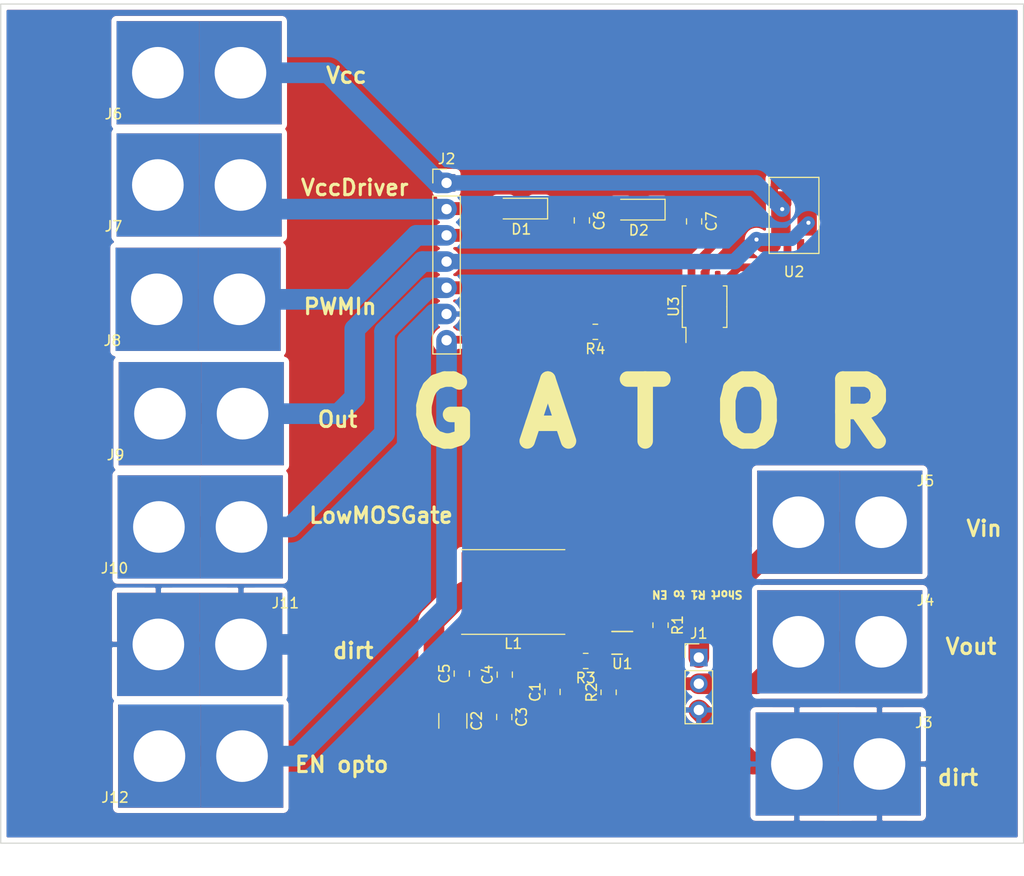
<source format=kicad_pcb>
(kicad_pcb (version 20211014) (generator pcbnew)
  (layers (0 "F.Cu" signal) (31 "B.Cu" signal) (34 "B.Paste" user) (35 "F.Paste" user) (36 "B.SilkS" user "B.Silkscreen") (37 "F.SilkS" user "F.Silkscreen") (38 "B.Mask" user) (39 "F.Mask" user) (44 "Edge.Cuts" user))
  (net 0 "")
  (net 1 "Net-(C1-Pad2)")
  (net 2 "Net-(C1-Pad1)")
  (net 3 "GND")
  (net 4 "Net-(J1-Pad1)")
  (net 5 "Net-(L1-Pad1)")
  (net 6 "Net-(R1-Pad2)")
  (net 7 "Net-(U1-Pad7)")
  (net 8 "Net-(U1-Pad1)")
  (net 9 "Net-(C6-Pad2)")
  (net 10 "Net-(C6-Pad1)")
  (net 11 "Net-(C7-Pad1)")
  (net 12 "Net-(D1-Pad2)")
  (net 13 "Net-(J2-Pad4)")
  (net 14 "Net-(J2-Pad1)")
  (net 15 "Net-(R4-Pad1)")
  (net 16 "Net-(U2-Pad2)")
  (net 17 "Net-(J12-Pad1)")
  (net 18 "Net-(J10-Pad1)")
  (footprint "Capacitor_SMD:C_0805_2012Metric_Pad1.18x1.45mm_HandSolder" (layer "F.Cu") (at 127.1016 146.6381 90)
    (fp_text reference "C1" (at 0 -1.68 90) (layer "F.SilkS"))
    (fp_text value "Cfw (DNP)")
    (fp_line (start -0.261252 -0.735) (end 0.261252 -0.735) (layer "F.SilkS") (width 0.12))
    (fp_line (start -0.261252 0.735) (end 0.261252 0.735) (layer "F.SilkS") (width 0.12))
    (pad "1" smd roundrect locked (at -1.0375 0 90) (size 1.175 1.45) (layers "F.Cu" "F.Paste" "F.Mask") (roundrect_rratio 0.2127659574) (net 2 "Net-(C1-Pad1)"))
    (pad "2" smd roundrect locked (at 1.0375 0 90) (size 1.175 1.45) (layers "F.Cu" "F.Paste" "F.Mask") (roundrect_rratio 0.2127659574) (net 1 "Net-(C1-Pad2)"))
  )
  (footprint "Capacitor_SMD:C_1210_3225Metric_Pad1.33x2.70mm_HandSolder" (layer "F.Cu") (at 117.4496 149.4413 -90)
    (fp_text reference "C2" (at 0 -2.3 90) (layer "F.SilkS"))
    (fp_text value "100uF")
    (fp_line (start -0.711252 -1.36) (end 0.711252 -1.36) (layer "F.SilkS") (width 0.12))
    (fp_line (start -0.711252 1.36) (end 0.711252 1.36) (layer "F.SilkS") (width 0.12))
    (pad "1" smd roundrect locked (at -1.5625 0 270) (size 1.325 2.7) (layers "F.Cu" "F.Paste" "F.Mask") (roundrect_rratio 0.1886784906) (net 2 "Net-(C1-Pad1)"))
    (pad "2" smd roundrect locked (at 1.5625 0 270) (size 1.325 2.7) (layers "F.Cu" "F.Paste" "F.Mask") (roundrect_rratio 0.1886784906) (net 3 "GND"))
  )
  (footprint "Capacitor_SMD:C_0805_2012Metric_Pad1.18x1.45mm_HandSolder" (layer "F.Cu") (at 122.428 149.0687 -90)
    (fp_text reference "C3" (at 0 -1.68 90) (layer "F.SilkS"))
    (fp_text value "10uF")
    (fp_line (start -0.261252 -0.735) (end 0.261252 -0.735) (layer "F.SilkS") (width 0.12))
    (fp_line (start -0.261252 0.735) (end 0.261252 0.735) (layer "F.SilkS") (width 0.12))
    (pad "1" smd roundrect locked (at -1.0375 0 270) (size 1.175 1.45) (layers "F.Cu" "F.Paste" "F.Mask") (roundrect_rratio 0.2127659574) (net 2 "Net-(C1-Pad1)"))
    (pad "2" smd roundrect locked (at 1.0375 0 270) (size 1.175 1.45) (layers "F.Cu" "F.Paste" "F.Mask") (roundrect_rratio 0.2127659574) (net 3 "GND"))
  )
  (footprint "Capacitor_SMD:C_0805_2012Metric_Pad1.18x1.45mm_HandSolder" (layer "F.Cu") (at 122.4788 144.9617 90)
    (fp_text reference "C4" (at 0 -1.68 90) (layer "F.SilkS"))
    (fp_text value "100nF")
    (fp_line (start -0.261252 -0.735) (end 0.261252 -0.735) (layer "F.SilkS") (width 0.12))
    (fp_line (start -0.261252 0.735) (end 0.261252 0.735) (layer "F.SilkS") (width 0.12))
    (pad "1" smd roundrect locked (at -1.0375 0 90) (size 1.175 1.45) (layers "F.Cu" "F.Paste" "F.Mask") (roundrect_rratio 0.2127659574) (net 2 "Net-(C1-Pad1)"))
    (pad "2" smd roundrect locked (at 1.0375 0 90) (size 1.175 1.45) (layers "F.Cu" "F.Paste" "F.Mask") (roundrect_rratio 0.2127659574) (net 3 "GND"))
  )
  (footprint "Capacitor_SMD:C_0805_2012Metric_Pad1.18x1.45mm_HandSolder" (layer "F.Cu") (at 118.3132 144.8601 90)
    (fp_text reference "C5" (at 0 -1.68 90) (layer "F.SilkS"))
    (fp_text value "1uF")
    (fp_line (start -0.261252 0.735) (end 0.261252 0.735) (layer "F.SilkS") (width 0.12))
    (fp_line (start -0.261252 -0.735) (end 0.261252 -0.735) (layer "F.SilkS") (width 0.12))
    (pad "1" smd roundrect locked (at -1.0375 0 90) (size 1.175 1.45) (layers "F.Cu" "F.Paste" "F.Mask") (roundrect_rratio 0.2127659574) (net 2 "Net-(C1-Pad1)"))
    (pad "2" smd roundrect locked (at 1.0375 0 90) (size 1.175 1.45) (layers "F.Cu" "F.Paste" "F.Mask") (roundrect_rratio 0.2127659574) (net 3 "GND"))
  )
  (footprint "Connector_PinHeader_2.54mm:PinHeader_1x03_P2.54mm_Vertical" (layer "F.Cu") (at 141.2748 143.3068)
    (fp_text reference "J1" (at 0 -2.33) (layer "F.SilkS"))
    (fp_text value "Conn_01x03_Female")
    (fp_line (start -1.33 -1.33) (end 0 -1.33) (layer "F.SilkS") (width 0.12))
    (fp_line (start -1.33 1.27) (end -1.33 6.41) (layer "F.SilkS") (width 0.12))
    (fp_line (start -1.33 6.41) (end 1.33 6.41) (layer "F.SilkS") (width 0.12))
    (fp_line (start -1.33 1.27) (end 1.33 1.27) (layer "F.SilkS") (width 0.12))
    (fp_line (start 1.33 1.27) (end 1.33 6.41) (layer "F.SilkS") (width 0.12))
    (fp_line (start -1.33 0) (end -1.33 -1.33) (layer "F.SilkS") (width 0.12))
    (pad "1" thru_hole rect locked (at 0 0) (size 1.7 1.7) (drill 1) (layers *.Cu *.Mask) (net 4 "Net-(J1-Pad1)"))
    (pad "2" thru_hole oval locked (at 0 2.54) (size 1.7 1.7) (drill 1) (layers *.Cu *.Mask) (net 2 "Net-(C1-Pad1)"))
    (pad "3" thru_hole oval locked (at 0 5.08) (size 1.7 1.7) (drill 1) (layers *.Cu *.Mask) (net 3 "GND"))
  )
  (footprint "Inductor_SMD:L_Taiyo-Yuden_NR-80xx_HandSoldering" (layer "F.Cu") (at 123.296 136.9568 180)
    (fp_text reference "L1" (at 0 -5) (layer "F.SilkS"))
    (fp_text value "10uH NR8040T100M")
    (fp_line (start -5 4.1) (end 5 4.1) (layer "F.SilkS") (width 0.12))
    (fp_line (start -5 -4.1) (end 5 -4.1) (layer "F.SilkS") (width 0.12))
    (pad "1" smd rect locked (at -3.45 0 180) (size 3.1 7.7) (layers "F.Cu" "F.Paste" "F.Mask") (net 5 "Net-(L1-Pad1)"))
    (pad "2" smd rect locked (at 3.45 0 180) (size 3.1 7.7) (layers "F.Cu" "F.Paste" "F.Mask") (net 2 "Net-(C1-Pad1)"))
  )
  (footprint "Resistor_SMD:R_0805_2012Metric_Pad1.20x1.40mm_HandSolder" (layer "F.Cu") (at 137.5664 140.1732 -90)
    (fp_text reference "R1" (at 0 -1.65 90) (layer "F.SilkS"))
    (fp_text value "0")
    (fp_line (start -0.227064 0.735) (end 0.227064 0.735) (layer "F.SilkS") (width 0.12))
    (fp_line (start -0.227064 -0.735) (end 0.227064 -0.735) (layer "F.SilkS") (width 0.12))
    (pad "1" smd roundrect locked (at -1 0 270) (size 1.2 1.4) (layers "F.Cu" "F.Paste" "F.Mask") (roundrect_rratio 0.2083325) (net 4 "Net-(J1-Pad1)"))
    (pad "2" smd roundrect locked (at 1 0 270) (size 1.2 1.4) (layers "F.Cu" "F.Paste" "F.Mask") (roundrect_rratio 0.2083325) (net 6 "Net-(R1-Pad2)"))
  )
  (footprint "Resistor_SMD:R_0805_2012Metric_Pad1.20x1.40mm_HandSolder" (layer "F.Cu") (at 132.5372 146.6756 90)
    (fp_text reference "R2" (at 0 -1.65 90) (layer "F.SilkS"))
    (fp_text value "33k")
    (fp_line (start -0.227064 -0.735) (end 0.227064 -0.735) (layer "F.SilkS") (width 0.12))
    (fp_line (start -0.227064 0.735) (end 0.227064 0.735) (layer "F.SilkS") (width 0.12))
    (pad "1" smd roundrect locked (at -1 0 90) (size 1.2 1.4) (layers "F.Cu" "F.Paste" "F.Mask") (roundrect_rratio 0.2083325) (net 2 "Net-(C1-Pad1)"))
    (pad "2" smd roundrect locked (at 1 0 90) (size 1.2 1.4) (layers "F.Cu" "F.Paste" "F.Mask") (roundrect_rratio 0.2083325) (net 1 "Net-(C1-Pad2)"))
  )
  (footprint "Resistor_SMD:R_0805_2012Metric_Pad1.20x1.40mm_HandSolder" (layer "F.Cu") (at 130.318 143.637 180)
    (fp_text reference "R3" (at 0 -1.65) (layer "F.SilkS"))
    (fp_text value "7.5k")
    (fp_line (start -0.227064 -0.735) (end 0.227064 -0.735) (layer "F.SilkS") (width 0.12))
    (fp_line (start -0.227064 0.735) (end 0.227064 0.735) (layer "F.SilkS") (width 0.12))
    (pad "1" smd roundrect locked (at -1 0 180) (size 1.2 1.4) (layers "F.Cu" "F.Paste" "F.Mask") (roundrect_rratio 0.2083325) (net 1 "Net-(C1-Pad2)"))
    (pad "2" smd roundrect locked (at 1 0 180) (size 1.2 1.4) (layers "F.Cu" "F.Paste" "F.Mask") (roundrect_rratio 0.2083325) (net 3 "GND"))
  )
  (footprint "Package_DFN_QFN:DFN-6-1EP_2x2mm_P0.65mm_EP1x1.6mm" (layer "F.Cu") (at 133.858 141.8844 180)
    (fp_text reference "U1" (at 0 -2.025) (layer "F.SilkS"))
    (fp_text value "PAM2305CGFADJ")
    (fp_line (start 0 -1.1) (end 1 -1.1) (layer "F.SilkS") (width 0.15))
    (fp_line (start -1 1.1) (end 1 1.1) (layer "F.SilkS") (width 0.15))
    (pad "1" smd rect locked (at -1.05 -0.65 180) (size 0.65 0.35) (layers "F.Cu" "F.Paste" "F.Mask") (net 8 "Net-(U1-Pad1)"))
    (pad "2" smd rect locked (at -1.05 0 180) (size 0.65 0.35) (layers "F.Cu" "F.Paste" "F.Mask") (net 6 "Net-(R1-Pad2)"))
    (pad "3" smd rect locked (at -1.05 0.65 180) (size 0.65 0.35) (layers "F.Cu" "F.Paste" "F.Mask") (net 4 "Net-(J1-Pad1)"))
    (pad "4" smd rect locked (at 1.05 0.65 180) (size 0.65 0.35) (layers "F.Cu" "F.Paste" "F.Mask") (net 5 "Net-(L1-Pad1)"))
    (pad "5" smd rect locked (at 1.05 0 180) (size 0.65 0.35) (layers "F.Cu" "F.Paste" "F.Mask") (net 3 "GND"))
    (pad "6" smd rect locked (at 1.05 -0.65 180) (size 0.65 0.35) (layers "F.Cu" "F.Paste" "F.Mask") (net 1 "Net-(C1-Pad2)"))
    (pad "7" smd rect locked (at 0 0 180) (size 1 1.6) (layers "F.Cu" "F.Mask") (net 7 "Net-(U1-Pad7)"))
  )
  (footprint "Capacitor_SMD:C_0805_2012Metric_Pad1.18x1.45mm_HandSolder" (layer "F.Cu") (at 129.9464 100.9689 -90)
    (fp_text reference "C6" (at 0 -1.68 90) (layer "F.SilkS"))
    (fp_text value "10uF")
    (fp_line (start -0.261252 -0.735) (end 0.261252 -0.735) (layer "F.SilkS") (width 0.12))
    (fp_line (start -0.261252 0.735) (end 0.261252 0.735) (layer "F.SilkS") (width 0.12))
    (pad "1" smd roundrect locked (at -1.0375 0 270) (size 1.175 1.45) (layers "F.Cu" "F.Paste" "F.Mask") (roundrect_rratio 0.2127659574) (net 10 "Net-(C6-Pad1)"))
    (pad "2" smd roundrect locked (at 1.0375 0 270) (size 1.175 1.45) (layers "F.Cu" "F.Paste" "F.Mask") (roundrect_rratio 0.2127659574) (net 9 "Net-(C6-Pad2)"))
  )
  (footprint "Capacitor_SMD:C_0805_2012Metric_Pad1.18x1.45mm_HandSolder" (layer "F.Cu") (at 140.8176 101.0627 -90)
    (fp_text reference "C7" (at 0 -1.68 90) (layer "F.SilkS"))
    (fp_text value "10uF")
    (fp_line (start -0.261252 0.735) (end 0.261252 0.735) (layer "F.SilkS") (width 0.12))
    (fp_line (start -0.261252 -0.735) (end 0.261252 -0.735) (layer "F.SilkS") (width 0.12))
    (pad "1" smd roundrect locked (at -1.0375 0 270) (size 1.175 1.45) (layers "F.Cu" "F.Paste" "F.Mask") (roundrect_rratio 0.2127659574) (net 11 "Net-(C7-Pad1)"))
    (pad "2" smd roundrect locked (at 1.0375 0 270) (size 1.175 1.45) (layers "F.Cu" "F.Paste" "F.Mask") (roundrect_rratio 0.2127659574) (net 3 "GND"))
  )
  (footprint "Diode_SMD:D_MiniMELF" (layer "F.Cu") (at 124.0764 99.822 180)
    (fp_text reference "D1" (at 0 -2) (layer "F.SilkS"))
    (fp_text value "LL4148")
    (fp_line (start 1.75 -1) (end -2.55 -1) (layer "F.SilkS") (width 0.12))
    (fp_line (start -2.55 -1) (end -2.55 1) (layer "F.SilkS") (width 0.12))
    (fp_line (start -2.55 1) (end 1.75 1) (layer "F.SilkS") (width 0.12))
    (pad "1" smd rect locked (at -1.75 0 180) (size 1.3 1.7) (layers "F.Cu" "F.Paste" "F.Mask") (net 10 "Net-(C6-Pad1)"))
    (pad "2" smd rect locked (at 1.75 0 180) (size 1.3 1.7) (layers "F.Cu" "F.Paste" "F.Mask") (net 12 "Net-(D1-Pad2)"))
  )
  (footprint "Diode_SMD:D_MiniMELF" (layer "F.Cu") (at 135.4556 99.9236 180)
    (fp_text reference "D2" (at 0 -2) (layer "F.SilkS"))
    (fp_text value "LL4148")
    (fp_line (start -2.55 1) (end 1.75 1) (layer "F.SilkS") (width 0.12))
    (fp_line (start 1.75 -1) (end -2.55 -1) (layer "F.SilkS") (width 0.12))
    (fp_line (start -2.55 -1) (end -2.55 1) (layer "F.SilkS") (width 0.12))
    (pad "1" smd rect locked (at -1.75 0 180) (size 1.3 1.7) (layers "F.Cu" "F.Paste" "F.Mask") (net 11 "Net-(C7-Pad1)"))
    (pad "2" smd rect locked (at 1.75 0 180) (size 1.3 1.7) (layers "F.Cu" "F.Paste" "F.Mask") (net 10 "Net-(C6-Pad1)"))
  )
  (footprint "1KicadLib:LFPAK56D" (layer "F.Cu") (at 153.67 102.0064)
    (fp_text reference "U2" (at -3.175 3.937) (layer "F.SilkS"))
    (fp_text value "BUK9K52-60E")
    (fp_poly (pts (xy -3.556 0.381) (xy -5.334 0.381) (xy -5.334 -3.81) (xy -3.556 -3.81)) (layer "F.Cu") (width 0.1) (fill solid))
    (fp_poly (pts (xy -1.016 0.381) (xy -2.794 0.381) (xy -2.794 -3.81) (xy -1.016 -3.81)) (layer "F.Cu") (width 0.1) (fill solid))
    (fp_line (start -5.588 2.159) (end -5.588 -5.207) (layer "F.SilkS") (width 0.12))
    (fp_line (start -0.762 2.159) (end -5.588 2.159) (layer "F.SilkS") (width 0.12))
    (fp_line (start -5.588 -5.207) (end -0.762 -5.207) (layer "F.SilkS") (width 0.12))
    (fp_line (start -0.762 -5.207) (end -0.762 2.159) (layer "F.SilkS") (width 0.12))
    (pad "1" smd rect locked (at -5.08 1.397) (size 0.7 1.25) (layers "F.Cu" "F.Paste" "F.Mask") (net 13 "Net-(J2-Pad4)"))
    (pad "2" smd rect locked (at -3.81 1.397) (size 0.7 1.25) (layers "F.Cu" "F.Paste" "F.Mask") (net 16 "Net-(U2-Pad2)"))
    (pad "3" smd rect locked (at -2.54 1.397) (size 0.7 1.25) (layers "F.Cu" "F.Paste" "F.Mask") (net 3 "GND"))
    (pad "4" smd rect locked (at -1.27 1.397) (size 0.7 1.25) (layers "F.Cu" "F.Paste" "F.Mask") (net 18 "Net-(J10-Pad1)"))
    (pad "5" smd rect locked (at -1.27 -4.445) (size 0.7 1.25) (layers "F.Cu" "F.Paste" "F.Mask") (net 13 "Net-(J2-Pad4)"))
    (pad "6" smd rect locked (at -2.54 -4.445) (size 0.7 1.25) (layers "F.Cu" "F.Paste" "F.Mask") (net 13 "Net-(J2-Pad4)"))
    (pad "7" smd rect locked (at -3.81 -4.445) (size 0.7 1.25) (layers "F.Cu" "F.Paste" "F.Mask") (net 14 "Net-(J2-Pad1)"))
    (pad "8" smd rect locked (at -5.08 -4.445) (size 0.7 1.25) (layers "F.Cu" "F.Paste" "F.Mask") (net 14 "Net-(J2-Pad1)"))
  )
  (footprint "Resistor_SMD:R_0805_2012Metric_Pad1.20x1.40mm_HandSolder" (layer "F.Cu") (at 131.2512 111.76 180)
    (fp_text reference "R4" (at 0 -1.65) (layer "F.SilkS"))
    (fp_text value "300")
    (fp_line (start -0.227064 0.735) (end 0.227064 0.735) (layer "F.SilkS") (width 0.12))
    (fp_line (start -0.227064 -0.735) (end 0.227064 -0.735) (layer "F.SilkS") (width 0.12))
    (pad "1" smd roundrect locked (at -1 0 180) (size 1.2 1.4) (layers "F.Cu" "F.Paste" "F.Mask") (roundrect_rratio 0.2083325) (net 15 "Net-(R4-Pad1)"))
    (pad "2" smd roundrect locked (at 1 0 180) (size 1.2 1.4) (layers "F.Cu" "F.Paste" "F.Mask") (roundrect_rratio 0.2083325) (net 17 "Net-(J12-Pad1)"))
  )
  (footprint "Package_SO:SOP-4_3.8x4.1mm_P2.54mm" (layer "F.Cu") (at 141.8336 109.3216 90)
    (fp_text reference "U3" (at 0 -3 90) (layer "F.SilkS"))
    (fp_text value "PC817")
    (fp_line (start 0 -2.16) (end 2.01 -2.16) (layer "F.SilkS") (width 0.12))
    (fp_line (start 2.01 -2.16) (end 2.01 -1.805) (layer "F.SilkS") (width 0.12))
    (fp_line (start -2.01 -1.805) (end -3.475 -1.805) (layer "F.SilkS") (width 0.12))
    (fp_line (start 2.01 2.16) (end 2.01 1.805) (layer "F.SilkS") (width 0.12))
    (fp_line (start 0 -2.16) (end -2.01 -2.16) (layer "F.SilkS") (width 0.12))
    (fp_line (start -2.01 2.16) (end -2.01 1.805) (layer "F.SilkS") (width 0.12))
    (fp_line (start -2.01 -2.16) (end -2.01 -1.805) (layer "F.SilkS") (width 0.12))
    (fp_line (start 0 2.16) (end 2.01 2.16) (layer "F.SilkS") (width 0.12))
    (fp_line (start 0 2.16) (end -2.01 2.16) (layer "F.SilkS") (width 0.12))
    (pad "1" smd roundrect locked (at -2.75 -1.27 90) (size 1.45 0.55) (layers "F.Cu" "F.Paste" "F.Mask") (net 15 "Net-(R4-Pad1)"))
    (pad "2" smd roundrect locked (at -2.75 1.27 90) (size 1.45 0.55) (layers "F.Cu" "F.Paste" "F.Mask") (net 3 "GND"))
    (pad "3" smd roundrect locked (at 2.75 1.27 90) (size 1.45 0.55) (layers "F.Cu" "F.Paste" "F.Mask") (net 16 "Net-(U2-Pad2)"))
    (pad "4" smd roundrect locked (at 2.75 -1.27 90) (size 1.45 0.55) (layers "F.Cu" "F.Paste" "F.Mask") (net 11 "Net-(C7-Pad1)"))
  )
  (footprint "Connector_PinHeader_2.54mm:PinHeader_1x07_P2.54mm_Vertical" (layer "F.Cu") (at 116.84 97.3328)
    (fp_text reference "J2" (at 0 -2.33) (layer "F.SilkS"))
    (fp_text value "Conn_01x07_Male")
    (fp_line (start 1.33 1.27) (end 1.33 16.57) (layer "F.SilkS") (width 0.12))
    (fp_line (start -1.33 0) (end -1.33 -1.33) (layer "F.SilkS") (width 0.12))
    (fp_line (start -1.33 16.57) (end 1.33 16.57) (layer "F.SilkS") (width 0.12))
    (fp_line (start -1.33 -1.33) (end 0 -1.33) (layer "F.SilkS") (width 0.12))
    (fp_line (start -1.33 1.27) (end -1.33 16.57) (layer "F.SilkS") (width 0.12))
    (fp_line (start -1.33 1.27) (end 1.33 1.27) (layer "F.SilkS") (width 0.12))
    (pad "1" thru_hole rect locked (at 0 0) (size 1.7 1.7) (drill 1) (layers *.Cu *.Mask) (net 14 "Net-(J2-Pad1)"))
    (pad "2" thru_hole oval locked (at 0 2.54) (size 1.7 1.7) (drill 1) (layers *.Cu *.Mask) (net 12 "Net-(D1-Pad2)"))
    (pad "3" thru_hole oval locked (at 0 5.08) (size 1.7 1.7) (drill 1) (layers *.Cu *.Mask) (net 9 "Net-(C6-Pad2)"))
    (pad "4" thru_hole oval locked (at 0 7.62) (size 1.7 1.7) (drill 1) (layers *.Cu *.Mask) (net 13 "Net-(J2-Pad4)"))
    (pad "5" thru_hole oval locked (at 0 10.16) (size 1.7 1.7) (drill 1) (layers *.Cu *.Mask) (net 18 "Net-(J10-Pad1)"))
    (pad "6" thru_hole oval locked (at 0 12.7) (size 1.7 1.7) (drill 1) (layers *.Cu *.Mask) (net 3 "GND"))
    (pad "7" thru_hole oval locked (at 0 15.24) (size 1.7 1.7) (drill 1) (layers *.Cu *.Mask) (net 17 "Net-(J12-Pad1)"))
  )
  (footprint "1KicadLib:GatorTestpoint" (layer "F.Cu") (at 163.2744 154.9192 180)
    (fp_text reference "J3" (at 0.2 5.3) (layer "F.SilkS"))
    (fp_text value "Conn_01x01_Male")
    (pad "1" thru_hole rect locked (at 12.5 1.3 180) (size 8 10) (drill 5) (layers *.Cu *.Mask) (net 3 "GND"))
    (pad "1" thru_hole rect locked (at 4.5 1.3 180) (size 8 10) (drill 5) (layers *.Cu *.Mask) (net 3 "GND"))
  )
  (footprint "1KicadLib:GatorTestpoint" (layer "F.Cu") (at 163.4268 143.0828 180)
    (fp_text reference "J4" (at 0.2 5.3) (layer "F.SilkS"))
    (fp_text value "Conn_01x01_Male")
    (pad "1" thru_hole rect locked (at 4.5 1.3 180) (size 8 10) (drill 5) (layers *.Cu *.Mask) (net 2 "Net-(C1-Pad1)"))
    (pad "1" thru_hole rect locked (at 12.5 1.3 180) (size 8 10) (drill 5) (layers *.Cu *.Mask) (net 2 "Net-(C1-Pad1)"))
  )
  (footprint "1KicadLib:GatorTestpoint" (layer "F.Cu") (at 163.4268 131.5004 180)
    (fp_text reference "J5" (at 0.2 5.3) (layer "F.SilkS"))
    (fp_text value "Conn_01x01_Male")
    (pad "1" thru_hole rect locked (at 12.5 1.3 180) (size 8 10) (drill 5) (layers *.Cu *.Mask) (net 4 "Net-(J1-Pad1)"))
    (pad "1" thru_hole rect locked (at 4.5 1.3 180) (size 8 10) (drill 5) (layers *.Cu *.Mask) (net 4 "Net-(J1-Pad1)"))
  )
  (footprint "1KicadLib:GatorTestpoint" (layer "F.Cu") (at 84.3756 85.3648)
    (fp_text reference "J6" (at 0.2 5.3) (layer "F.SilkS"))
    (fp_text value "Conn_01x01_Male")
    (pad "1" thru_hole rect locked (at 12.5 1.3) (size 8 10) (drill 5) (layers *.Cu *.Mask) (net 14 "Net-(J2-Pad1)"))
    (pad "1" thru_hole rect locked (at 4.5 1.3) (size 8 10) (drill 5) (layers *.Cu *.Mask) (net 14 "Net-(J2-Pad1)"))
  )
  (footprint "1KicadLib:GatorTestpoint" (layer "F.Cu") (at 84.3756 96.236)
    (fp_text reference "J7" (at 0.2 5.3) (layer "F.SilkS"))
    (fp_text value "Conn_01x01_Male")
    (pad "1" thru_hole rect locked (at 4.5 1.3) (size 8 10) (drill 5) (layers *.Cu *.Mask) (net 12 "Net-(D1-Pad2)"))
    (pad "1" thru_hole rect locked (at 12.5 1.3) (size 8 10) (drill 5) (layers *.Cu *.Mask) (net 12 "Net-(D1-Pad2)"))
  )
  (footprint "1KicadLib:GatorTestpoint" (layer "F.Cu") (at 84.274 107.3104)
    (fp_text reference "J8" (at 0.2 5.3) (layer "F.SilkS"))
    (fp_text value "Conn_01x01_Male")
    (pad "1" thru_hole rect locked (at 12.5 1.3) (size 8 10) (drill 5) (layers *.Cu *.Mask) (net 9 "Net-(C6-Pad2)"))
    (pad "1" thru_hole rect locked (at 4.5 1.3) (size 8 10) (drill 5) (layers *.Cu *.Mask) (net 9 "Net-(C6-Pad2)"))
  )
  (footprint "1KicadLib:GatorTestpoint" (layer "F.Cu") (at 84.5788 118.3848)
    (fp_text reference "J9" (at 0.2 5.3) (layer "F.SilkS"))
    (fp_text value "Conn_01x01_Male")
    (pad "1" thru_hole rect locked (at 12.5 1.3) (size 8 10) (drill 5) (layers *.Cu *.Mask) (net 13 "Net-(J2-Pad4)"))
    (pad "1" thru_hole rect locked (at 4.5 1.3) (size 8 10) (drill 5) (layers *.Cu *.Mask) (net 13 "Net-(J2-Pad4)"))
  )
  (footprint "1KicadLib:GatorTestpoint" (layer "F.Cu") (at 84.4772 129.3576)
    (fp_text reference "J10" (at 0.2 5.3) (layer "F.SilkS"))
    (fp_text value "Conn_01x01_Male")
    (pad "1" thru_hole rect locked (at 12.5 1.3) (size 8 10) (drill 5) (layers *.Cu *.Mask) (net 18 "Net-(J10-Pad1)"))
    (pad "1" thru_hole rect locked (at 4.5 1.3) (size 8 10) (drill 5) (layers *.Cu *.Mask) (net 18 "Net-(J10-Pad1)"))
  )
  (footprint "1KicadLib:GatorTestpoint" (layer "F.Cu") (at 101.4264 143.3368 180)
    (fp_text reference "J11" (at 0.2 5.3) (layer "F.SilkS"))
    (fp_text value "Conn_01x01_Male")
    (pad "1" thru_hole rect locked (at 4.5 1.3 180) (size 8 10) (drill 5) (layers *.Cu *.Mask) (net 3 "GND"))
    (pad "1" thru_hole rect locked (at 12.5 1.3 180) (size 8 10) (drill 5) (layers *.Cu *.Mask) (net 3 "GND"))
  )
  (footprint "1KicadLib:GatorTestpoint" (layer "F.Cu") (at 84.528 151.5572)
    (fp_text reference "J12" (at 0.2 5.3) (layer "F.SilkS"))
    (fp_text value "Conn_01x01_Male")
    (pad "1" thru_hole rect locked (at 12.5 1.3) (size 8 10) (drill 5) (layers *.Cu *.Mask) (net 17 "Net-(J12-Pad1)"))
    (pad "1" thru_hole rect locked (at 4.5 1.3) (size 8 10) (drill 5) (layers *.Cu *.Mask) (net 17 "Net-(J12-Pad1)"))
  )
  (gr_line (start 73.66 80.01) (end 172.72 80.01) (layer "Edge.Cuts") (width 0.1))
  (gr_line (start 172.72 161.29) (end 73.66 161.29) (layer "Edge.Cuts") (width 0.1))
  (gr_line (start 73.66 161.29) (end 73.66 80.01) (layer "Edge.Cuts") (width 0.1))
  (gr_line (start 172.72 80.01) (end 172.72 161.29) (layer "Edge.Cuts") (width 0.1))
  (gr_text "Short R1 to EN" (at 141.1224 137.2108 180) (layer "F.SilkS") (effects (font (size 0.75 0.75) (thickness 0.1875))))
  (gr_text "Vin" (at 168.91 130.81) (layer "F.SilkS") (effects (font (size 1.5 1.5) (thickness 0.3))))
  (gr_text "dirt" (at 166.37 154.94) (layer "F.SilkS") (effects (font (size 1.5 1.5) (thickness 0.3))))
  (gr_text "Out" (at 106.2736 120.2436) (layer "F.SilkS") (effects (font (size 1.5 1.5) (thickness 0.3))))
  (gr_text "VccDriver" (at 107.95 97.79) (layer "F.SilkS") (effects (font (size 1.5 1.5) (thickness 0.3))))
  (gr_text "LowMOSGate" (at 110.49 129.54) (layer "F.SilkS") (effects (font (size 1.5 1.5) (thickness 0.3))))
  (gr_text "Vout" (at 167.64 142.24) (layer "F.SilkS") (effects (font (size 1.5 1.5) (thickness 0.3))))
  (gr_text "PWMIn" (at 106.5276 109.3216) (layer "F.SilkS") (effects (font (size 1.5 1.5) (thickness 0.3))))
  (gr_text "dirt" (at 107.7976 142.6464) (layer "F.SilkS") (effects (font (size 1.5 1.5) (thickness 0.3))))
  (gr_text "G A T O R" (at 136.652 119.634) (layer "F.SilkS") (effects (font (size 6 6) (thickness 1.5))))
  (gr_text "EN opto" (at 106.68 153.67) (layer "F.SilkS") (effects (font (size 1.5 1.5) (thickness 0.3))))
  (gr_text "Vcc" (at 107.1372 86.9188) (layer "F.SilkS") (effects (font (size 1.5 1.5) (thickness 0.3))))
  (segment (start 132.647 143.637) (end 132.808 143.476) (width 0.75) (layer "F.Cu") (net 1))
  (segment (start 131.318 143.637) (end 132.647 143.637) (width 0.75) (layer "F.Cu") (net 1))
  (segment (start 132.808 143.476) (end 132.808 145.4048) (width 0.5) (layer "F.Cu") (net 1))
  (segment (start 132.808 145.4048) (end 132.5372 145.6756) (width 0.5) (layer "F.Cu") (net 1))
  (segment (start 132.808 142.5344) (end 132.808 143.476) (width 0.5) (layer "F.Cu") (net 1))
  (segment (start 127.1016 145.6006) (end 132.4622 145.6006) (width 0.75) (layer "F.Cu") (net 1))
  (segment (start 132.4622 145.6006) (end 132.5372 145.6756) (width 0.75) (layer "F.Cu") (net 1))
  (segment (start 141.2748 145.8468) (end 146.8628 145.8468) (width 2) (layer "F.Cu") (net 2))
  (segment (start 146.8628 145.8468) (end 150.9268 141.7828) (width 2) (layer "F.Cu") (net 2))
  (segment (start 115.6208 139.8524) (end 115.6208 146.05) (width 2) (layer "F.Cu") (net 2))
  (segment (start 122.428 148.0312) (end 126.746 148.0312) (width 1) (layer "F.Cu") (net 2))
  (segment (start 132.5372 147.6756) (end 135.0264 147.6756) (width 1) (layer "F.Cu") (net 2))
  (segment (start 118.5164 136.9568) (end 115.6208 139.8524) (width 2) (layer "F.Cu") (net 2))
  (segment (start 136.8552 145.8468) (end 141.2748 145.8468) (width 1.25) (layer "F.Cu") (net 2))
  (segment (start 122.428 146.05) (end 122.4788 145.9992) (width 2) (layer "F.Cu") (net 2))
  (segment (start 118.4148 145.9992) (end 118.3132 145.8976) (width 2) (layer "F.Cu") (net 2))
  (segment (start 115.6208 146.05) (end 117.4496 147.8788) (width 2) (layer "F.Cu") (net 2))
  (segment (start 122.428 148.0312) (end 122.428 146.05) (width 2) (layer "F.Cu") (net 2))
  (segment (start 132.5372 147.6756) (end 127.1016 147.6756) (width 1) (layer "F.Cu") (net 2))
  (segment (start 119.846 136.9568) (end 118.5164 136.9568) (width 2) (layer "F.Cu") (net 2))
  (segment (start 117.4496 147.8788) (end 117.4496 146.7612) (width 2) (layer "F.Cu") (net 2))
  (segment (start 150.9268 141.7828) (end 158.9268 141.7828) (width 2) (layer "F.Cu") (net 2))
  (segment (start 122.4788 145.9992) (end 118.4148 145.9992) (width 2) (layer "F.Cu") (net 2))
  (segment (start 135.0264 147.6756) (end 136.8552 145.8468) (width 1.25) (layer "F.Cu") (net 2))
  (segment (start 126.746 148.0312) (end 127.1016 147.6756) (width 1) (layer "F.Cu") (net 2))
  (segment (start 117.4496 146.7612) (end 118.3132 145.8976) (width 2) (layer "F.Cu") (net 2))
  (segment (start 146.5072 153.6192) (end 141.2748 148.3868) (width 2) (layer "F.Cu") (net 3))
  (segment (start 132.808 141.8844) (end 131.3434 141.8844) (width 0.25) (layer "F.Cu") (net 3))
  (segment (start 88.9264 142.0368) (end 96.9264 142.0368) (width 2) (layer "F.Cu") (net 3))
  (segment (start 150.7744 153.6192) (end 146.5072 153.6192) (width 2) (layer "F.Cu") (net 3))
  (segment (start 150.7744 153.6192) (end 158.7744 153.6192) (width 2) (layer "F.Cu") (net 3))
  (segment (start 116.84 110.0328) (end 115.637919 110.0328) (width 2) (layer "B.Cu") (net 3))
  (segment (start 104.3432 142.0368) (end 96.9264 142.0368) (width 2) (layer "B.Cu") (net 3))
  (segment (start 113.03 133.35) (end 104.3432 142.0368) (width 2) (layer "B.Cu") (net 3))
  (segment (start 115.637919 110.0328) (end 113.03 112.640719) (width 2) (layer "B.Cu") (net 3))
  (segment (start 113.03 112.640719) (end 113.03 133.35) (width 2) (layer "B.Cu") (net 3))
  (segment (start 150.9268 130.2004) (end 158.9268 130.2004) (width 2) (layer "F.Cu") (net 4))
  (segment (start 150.9268 130.2004) (end 141.2748 139.8524) (width 2) (layer "F.Cu") (net 4))
  (segment (start 141.2748 139.9032) (end 140.5448 139.1732) (width 1.25) (layer "F.Cu") (net 4))
  (segment (start 136.9692 139.1732) (end 135.8106 140.3318) (width 1.25) (layer "F.Cu") (net 4))
  (segment (start 141.2748 139.8524) (end 141.2748 143.3068) (width 2) (layer "F.Cu") (net 4))
  (segment (start 135.8106 140.3318) (end 134.908 141.2344) (width 0.5) (layer "F.Cu") (net 4))
  (segment (start 141.2748 143.3068) (end 141.2748 139.9032) (width 1.25) (layer "F.Cu") (net 4))
  (segment (start 137.5664 139.1732) (end 136.9692 139.1732) (width 1.25) (layer "F.Cu") (net 4))
  (segment (start 140.5448 139.1732) (end 137.5664 139.1732) (width 1.25) (layer "F.Cu") (net 4))
  (segment (start 126.746 136.9568) (end 128.5304 136.9568) (width 1.5) (layer "F.Cu") (net 5))
  (segment (start 128.5304 136.9568) (end 131.8292 140.2556) (width 1.5) (layer "F.Cu") (net 5))
  (segment (start 131.8292 140.2556) (end 132.808 141.2344) (width 0.5) (layer "F.Cu") (net 5))
  (segment (start 135.601516 141.8844) (end 134.908 141.8844) (width 0.25) (layer "F.Cu") (net 6))
  (segment (start 137.5664 141.1732) (end 136.312716 141.1732) (width 0.25) (layer "F.Cu") (net 6))
  (segment (start 136.312716 141.1732) (end 135.601516 141.8844) (width 0.25) (layer "F.Cu") (net 6))
  (segment (start 129.9464 102.0064) (end 129.1336 102.0064) (width 1.25) (layer "F.Cu") (net 9))
  (segment (start 129.1336 102.0064) (end 128.7272 102.4128) (width 1.25) (layer "F.Cu") (net 9))
  (segment (start 96.774 108.6104) (end 88.774 108.6104) (width 2) (layer "F.Cu") (net 9))
  (segment (start 128.7272 102.4128) (end 116.84 102.4128) (width 1.25) (layer "F.Cu") (net 9))
  (segment (start 107.726472 108.6104) (end 113.924072 102.4128) (width 2) (layer "B.Cu") (net 9))
  (segment (start 96.774 108.6104) (end 107.726472 108.6104) (width 2) (layer "B.Cu") (net 9))
  (segment (start 113.924072 102.4128) (end 116.84 102.4128) (width 2) (layer "B.Cu") (net 9))
  (segment (start 129.9464 99.9314) (end 133.6978 99.9314) (width 1.25) (layer "F.Cu") (net 10))
  (segment (start 133.6978 99.9314) (end 133.7056 99.9236) (width 1.25) (layer "F.Cu") (net 10))
  (segment (start 129.837 99.822) (end 129.9464 99.9314) (width 1.25) (layer "F.Cu") (net 10))
  (segment (start 125.8264 99.822) (end 129.837 99.822) (width 1.25) (layer "F.Cu") (net 10))
  (segment (start 142.7988 100.4316) (end 142.3924 100.0252) (width 0.75) (layer "F.Cu") (net 11))
  (segment (start 140.5636 106.5716) (end 140.5636 105.5116) (width 0.75) (layer "F.Cu") (net 11))
  (segment (start 142.3924 100.0252) (end 140.8176 100.0252) (width 0.75) (layer "F.Cu") (net 11))
  (segment (start 137.2056 99.9236) (end 140.716 99.9236) (width 1.25) (layer "F.Cu") (net 11))
  (segment (start 140.5636 105.5116) (end 142.7988 103.2764) (width 0.75) (layer "F.Cu") (net 11))
  (segment (start 142.7988 103.2764) (end 142.7988 100.4316) (width 0.75) (layer "F.Cu") (net 11))
  (segment (start 140.716 99.9236) (end 140.8176 100.0252) (width 1.25) (layer "F.Cu") (net 11))
  (segment (start 88.8756 97.536) (end 96.8756 97.536) (width 2) (layer "F.Cu") (net 12))
  (segment (start 122.3264 99.822) (end 116.8908 99.822) (width 1.25) (layer "F.Cu") (net 12))
  (segment (start 116.8908 99.822) (end 116.84 99.8728) (width 1.25) (layer "F.Cu") (net 12))
  (segment (start 99.2124 99.8728) (end 116.84 99.8728) (width 2) (layer "B.Cu") (net 12))
  (segment (start 96.8756 97.536) (end 99.2124 99.8728) (width 2) (layer "B.Cu") (net 12))
  (segment (start 89.0788 119.6848) (end 97.0788 119.6848) (width 2) (layer "F.Cu") (net 13))
  (segment (start 151.892 98.0694) (end 152.4 97.5614) (width 1.25) (layer "F.Cu") (net 13))
  (segment (start 148.59 103.4034) (end 147.447 103.4034) (width 1.25) (layer "F.Cu") (net 13))
  (segment (start 147.447 103.4034) (end 146.8628 102.8192) (width 1.25) (layer "F.Cu") (net 13))
  (segment (start 152.4 97.5614) (end 151.13 97.5614) (width 0.75) (layer "F.Cu") (net 13))
  (segment (start 151.892 101.1936) (end 151.892 98.0694) (width 1.25) (layer "F.Cu") (net 13))
  (via (at 146.8628 102.8192) (size 0.8) (drill 0.4) (layers "F.Cu" "B.Cu") (net 13))
  (via (at 151.892 101.1936) (size 0.8) (drill 0.4) (layers "F.Cu" "B.Cu") (net 13))
  (segment (start 150.2664 102.8192) (end 151.892 101.1936) (width 1.25) (layer "B.Cu") (net 13))
  (segment (start 144.7292 104.9528) (end 146.8628 102.8192) (width 1.5) (layer "B.Cu") (net 13))
  (segment (start 106.3752 119.6848) (end 97.0788 119.6848) (width 2) (layer "B.Cu") (net 13))
  (segment (start 114.495354 104.9528) (end 107.95 111.498154) (width 2) (layer "B.Cu") (net 13))
  (segment (start 107.95 118.11) (end 106.3752 119.6848) (width 2) (layer "B.Cu") (net 13))
  (segment (start 116.84 104.9528) (end 114.495354 104.9528) (width 2) (layer "B.Cu") (net 13))
  (segment (start 146.8628 102.8192) (end 150.2664 102.8192) (width 1.25) (layer "B.Cu") (net 13))
  (segment (start 107.95 111.498154) (end 107.95 118.11) (width 2) (layer "B.Cu") (net 13))
  (segment (start 116.84 104.9528) (end 144.7292 104.9528) (width 1.5) (layer "B.Cu") (net 13))
  (segment (start 148.59 97.5614) (end 149.86 97.5614) (width 0.75) (layer "F.Cu") (net 14))
  (segment (start 96.8756 86.6648) (end 88.8756 86.6648) (width 2) (layer "F.Cu") (net 14))
  (segment (start 149.86 99.3648) (end 149.352 99.8728) (width 0.75) (layer "F.Cu") (net 14))
  (segment (start 149.86 97.5614) (end 149.86 99.3648) (width 0.75) (layer "F.Cu") (net 14))
  (via (at 149.352 99.8728) (size 0.8) (drill 0.4) (layers "F.Cu" "B.Cu") (net 14))
  (segment (start 116.84 97.3328) (end 116.0272 97.3328) (width 2) (layer "B.Cu") (net 14))
  (segment (start 105.3592 86.6648) (end 96.8756 86.6648) (width 2) (layer "B.Cu") (net 14))
  (segment (start 146.812 97.3328) (end 116.84 97.3328) (width 1.5) (layer "B.Cu") (net 14))
  (segment (start 116.0272 97.3328) (end 105.3592 86.6648) (width 2) (layer "B.Cu") (net 14))
  (segment (start 149.352 99.8728) (end 146.812 97.3328) (width 1.5) (layer "B.Cu") (net 14))
  (segment (start 140.5636 112.0716) (end 132.5628 112.0716) (width 0.75) (layer "F.Cu") (net 15))
  (segment (start 132.5628 112.0716) (end 132.2512 111.76) (width 0.75) (layer "F.Cu") (net 15))
  (segment (start 144.1044 106.5716) (end 143.1036 106.5716) (width 0.75) (layer "F.Cu") (net 16))
  (segment (start 149.86 104.7496) (end 149.86 103.4034) (width 0.75) (layer "F.Cu") (net 16))
  (segment (start 149.86 104.7496) (end 149.098 105.5116) (width 0.75) (layer "F.Cu") (net 16))
  (segment (start 145.1644 105.5116) (end 144.1044 106.5716) (width 0.75) (layer "F.Cu") (net 16))
  (segment (start 149.098 105.5116) (end 145.1644 105.5116) (width 0.75) (layer "F.Cu") (net 16))
  (segment (start 130.2512 111.76) (end 125.4252 111.76) (width 0.75) (layer "F.Cu") (net 17))
  (segment (start 116.8908 112.522) (end 116.84 112.5728) (width 0.75) (layer "F.Cu") (net 17))
  (segment (start 124.6632 112.522) (end 116.8908 112.522) (width 0.75) (layer "F.Cu") (net 17))
  (segment (start 89.028 152.8572) (end 97.028 152.8572) (width 2) (layer "F.Cu") (net 17))
  (segment (start 125.4252 111.76) (end 124.6632 112.522) (width 0.75) (layer "F.Cu") (net 17))
  (segment (start 97.028 152.8572) (end 102.4128 152.8572) (width 2) (layer "B.Cu") (net 17))
  (segment (start 116.84 138.43) (end 116.84 112.5728) (width 2) (layer "B.Cu") (net 17))
  (segment (start 102.4128 152.8572) (end 116.84 138.43) (width 2) (layer "B.Cu") (net 17))
  (segment (start 152.4 107.95) (end 150.368 109.982) (width 1.25) (layer "F.Cu") (net 18))
  (segment (start 88.9772 130.6576) (end 96.9772 130.6576) (width 2) (layer "F.Cu") (net 18))
  (segment (start 150.368 109.982) (end 132.5372 109.982) (width 1.25) (layer "F.Cu") (net 18))
  (segment (start 130.048 107.4928) (end 116.84 107.4928) (width 1.25) (layer "F.Cu") (net 18))
  (segment (start 132.5372 109.982) (end 130.048 107.4928) (width 1.25) (layer "F.Cu") (net 18))
  (segment (start 152.4 103.4034) (end 152.4 107.95) (width 1.25) (layer "F.Cu") (net 18))
  (segment (start 101.7524 130.6576) (end 110.82999 121.58001) (width 2) (layer "B.Cu") (net 18))
  (segment (start 110.82999 111.729446) (end 115.066636 107.4928) (width 2) (layer "B.Cu") (net 18))
  (segment (start 110.82999 121.58001) (end 110.82999 111.729446) (width 2) (layer "B.Cu") (net 18))
  (segment (start 96.9772 130.6576) (end 101.7524 130.6576) (width 2) (layer "B.Cu") (net 18))
  (segment (start 115.066636 107.4928) (end 116.84 107.4928) (width 2) (layer "B.Cu") (net 18))
  (zone (net 3) (net_name "GND") (layer "F.Cu") (connect_pads (clearance 0.508)) (min_thickness 0.254) (fill yes (thermal_gap 0.508) (thermal_bridge_width 0.508))
    (polygon (pts (xy 172.72 161.29) (xy 73.66 161.29) (xy 73.66 80.01) (xy 172.72 80.01)))
  )
  (zone (net 3) (net_name "GND") (layer "B.Cu") (connect_pads (clearance 0.508)) (min_thickness 0.254) (fill yes (thermal_gap 0.508) (thermal_bridge_width 0.508))
    (polygon (pts (xy 172.72 161.29) (xy 73.66 161.29) (xy 73.66 80.01) (xy 172.72 80.01)))
  )
)
</source>
